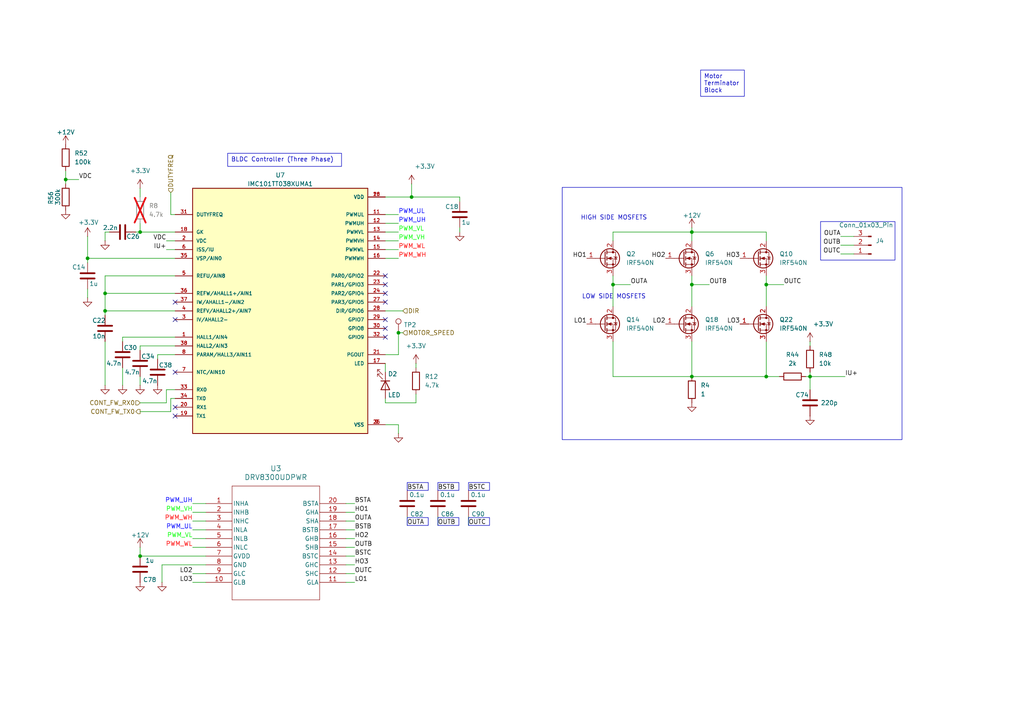
<source format=kicad_sch>
(kicad_sch (version 20231120) (generator "eeschema") (generator_version "8.0")
  (paper "A4")
  (title_block (title "Quincy FMU") (date "2024-09-28") (rev "0") (company "Daniel Enrique Pérez Díaz") (comment 1 "Flight Management Unit for the Quincy Quadcopter project."))
  (lib_symbols
    (symbol "Connector:Conn_01x03_Pin" (pin_names (offset 1.016) hide)
      (property "Reference" "J" (at 0 5.08 0))
      (property "Value" "Conn_01x03_Pin" (at 0 -5.08 0))
      (symbol "Conn_01x03_Pin_1_1"
        (polyline (pts (xy 1.27 -2.54) (xy 0.8636 -2.54)) (stroke (width 0.1524)))
        (polyline (pts (xy 1.27 0) (xy 0.8636 0)) (stroke (width 0.1524)))
        (polyline (pts (xy 1.27 2.54) (xy 0.8636 2.54)) (stroke (width 0.1524)))
        (rectangle (start 0.8636 -2.413) (end 0 -2.667) (stroke (width 0.1524)) (fill (type outline)))
        (rectangle (start 0.8636 0.127) (end 0 -0.127) (stroke (width 0.1524)) (fill (type outline)))
        (rectangle (start 0.8636 2.667) (end 0 2.413) (stroke (width 0.1524)) (fill (type outline)))
        (pin passive line (at 5.08 2.54 180) (length 3.81) (name "Pin_1") (number "1"))
        (pin passive line (at 5.08 0 180) (length 3.81) (name "Pin_2") (number "2"))
        (pin passive line (at 5.08 -2.54 180) (length 3.81) (name "Pin_3") (number "3"))
      )
    )
    (symbol "Connector:TestPoint" (pin_numbers hide) (pin_names (offset 0.762) hide)
      (property "Reference" "TP" (at 0 6.858 0))
      (property "Value" "TestPoint" (at 0 5.08 0))
      (symbol "TestPoint_0_1"
        (circle (center 0 3.302) (radius 0.762))
      )
      (symbol "TestPoint_1_1"
        (pin passive line (at 0 0 90) (length 2.54) (name "1") (number "1"))
      )
    )
    (symbol "DRV8300UDPWR:DRV8300UDPWR" (pin_names (offset 0.254))
      (property "Reference" "U" (at 20.32 10.16 0))
      (property "Value" "DRV8300UDPWR" (at 20.32 7.62 0))
      (symbol "DRV8300UDPWR_1_1"
        (polyline (pts (xy 7.62 -27.94) (xy 33.02 -27.94)) (stroke (width 0.127)))
        (polyline (pts (xy 7.62 5.08) (xy 7.62 -27.94)) (stroke (width 0.127)))
        (polyline (pts (xy 33.02 -27.94) (xy 33.02 5.08)) (stroke (width 0.127)))
        (polyline (pts (xy 33.02 5.08) (xy 7.62 5.08)) (stroke (width 0.127)))
        (pin input line (at 0 0 0) (length 7.62) (name "INHA") (number "1"))
        (pin output line (at 0 -22.86 0) (length 7.62) (name "GLB") (number "10"))
        (pin output line (at 40.64 -22.86 180) (length 7.62) (name "GLA") (number "11"))
        (pin input line (at 40.64 -20.32 180) (length 7.62) (name "SHC") (number "12"))
        (pin output line (at 40.64 -17.78 180) (length 7.62) (name "GHC") (number "13"))
        (pin unspecified line (at 40.64 -15.24 180) (length 7.62) (name "BSTC") (number "14"))
        (pin input line (at 40.64 -12.7 180) (length 7.62) (name "SHB") (number "15"))
        (pin output line (at 40.64 -10.16 180) (length 7.62) (name "GHB") (number "16"))
        (pin output line (at 40.64 -7.62 180) (length 7.62) (name "BSTB") (number "17"))
        (pin input line (at 40.64 -5.08 180) (length 7.62) (name "SHA") (number "18"))
        (pin output line (at 40.64 -2.54 180) (length 7.62) (name "GHA") (number "19"))
        (pin input line (at 0 -2.54 0) (length 7.62) (name "INHB") (number "2"))
        (pin output line (at 40.64 0 180) (length 7.62) (name "BSTA") (number "20"))
        (pin input line (at 0 -5.08 0) (length 7.62) (name "INHC") (number "3"))
        (pin input line (at 0 -7.62 0) (length 7.62) (name "INLA") (number "4"))
        (pin input line (at 0 -10.16 0) (length 7.62) (name "INLB") (number "5"))
        (pin input line (at 0 -12.7 0) (length 7.62) (name "INLC") (number "6"))
        (pin power_in line (at 0 -15.24 0) (length 7.62) (name "GVDD") (number "7"))
        (pin power_out line (at 0 -17.78 0) (length 7.62) (name "GND") (number "8"))
        (pin output line (at 0 -20.32 0) (length 7.62) (name "GLC") (number "9"))
      )
    )
    (symbol "Device:C" (pin_numbers hide) (pin_names (offset 0.254))
      (property "Reference" "C" (at 0.635 2.54 0))
      (property "Value" "C" (at 0.635 -2.54 0))
      (symbol "C_0_1"
        (polyline (pts (xy -2.032 -0.762) (xy 2.032 -0.762)) (stroke (width 0.508)))
        (polyline (pts (xy -2.032 0.762) (xy 2.032 0.762)) (stroke (width 0.508)))
      )
      (symbol "C_1_1"
        (pin passive line (at 0 3.81 270) (length 2.794) (name "~") (number "1"))
        (pin passive line (at 0 -3.81 90) (length 2.794) (name "~") (number "2"))
      )
    )
    (symbol "Device:LED" (pin_numbers hide) (pin_names (offset 1.016) hide)
      (property "Reference" "D" (at 0 2.54 0))
      (property "Value" "LED" (at 0 -2.54 0))
      (symbol "LED_0_1"
        (polyline (pts (xy -1.27 -1.27) (xy -1.27 1.27)) (stroke (width 0.254)))
        (polyline (pts (xy -1.27 0) (xy 1.27 0)))
        (polyline (pts (xy 1.27 -1.27) (xy 1.27 1.27) (xy -1.27 0) (xy 1.27 -1.27)) (stroke (width 0.254)))
        (polyline (pts (xy -3.048 -0.762) (xy -4.572 -2.286) (xy -3.81 -2.286) (xy -4.572 -2.286) (xy -4.572 -1.524)))
        (polyline (pts (xy -1.778 -0.762) (xy -3.302 -2.286) (xy -2.54 -2.286) (xy -3.302 -2.286) (xy -3.302 -1.524)))
      )
      (symbol "LED_1_1"
        (pin passive line (at -3.81 0 0) (length 2.54) (name "K") (number "1"))
        (pin passive line (at 3.81 0 180) (length 2.54) (name "A") (number "2"))
      )
    )
    (symbol "Device:R" (pin_numbers hide) (pin_names (offset 0))
      (property "Reference" "R" (at 2.032 0 90))
      (property "Value" "R" (at 0 0 90))
      (symbol "R_0_1"
        (rectangle (start -1.016 -2.54) (end 1.016 2.54) (stroke (width 0.254)))
      )
      (symbol "R_1_1"
        (pin passive line (at 0 3.81 270) (length 1.27) (name "~") (number "1"))
        (pin passive line (at 0 -3.81 90) (length 1.27) (name "~") (number "2"))
      )
    )
    (symbol "IMC101TT038XUMA1:IMC101TT038XUMA1" (pin_names (offset 1.016))
      (property "Reference" "U" (at -25.4 36.83 0))
      (property "Value" "IMC101TT038XUMA1" (at -25.4 -38.1 0))
      (symbol "IMC101TT038XUMA1_0_0"
        (rectangle (start -25.4 -35.56) (end 25.4 35.56) (stroke (width 0.254)) (fill (type background)))
        (pin input line (at -30.48 -7.62 0) (length 5.08) (name "HALL1/AIN4") (number "1"))
        (pin power_in line (at 30.48 33.02 180) (length 5.08) (name "VDD") (number "10"))
        (pin output line (at 30.48 27.94 180) (length 5.08) (name "PWMUL") (number "11"))
        (pin output line (at 30.48 25.4 180) (length 5.08) (name "PWMUH") (number "12"))
        (pin output line (at 30.48 22.86 180) (length 5.08) (name "PWMVL") (number "13"))
        (pin output line (at 30.48 20.32 180) (length 5.08) (name "PWMVH") (number "14"))
        (pin output line (at 30.48 17.78 180) (length 5.08) (name "PWMWL") (number "15"))
        (pin output line (at 30.48 15.24 180) (length 5.08) (name "PWMWH") (number "16"))
        (pin output line (at 30.48 -15.24 180) (length 5.08) (name "LED") (number "17"))
        (pin input line (at -30.48 22.86 0) (length 5.08) (name "GK") (number "18"))
        (pin output line (at -30.48 -30.48 0) (length 5.08) (name "TX1") (number "19"))
        (pin input line (at -30.48 20.32 0) (length 5.08) (name "VDC") (number "2"))
        (pin input line (at -30.48 -27.94 0) (length 5.08) (name "RX1") (number "20"))
        (pin output line (at 30.48 -12.7 180) (length 5.08) (name "PGOUT") (number "21"))
        (pin bidirectional line (at 30.48 10.16 180) (length 5.08) (name "PAR0/GPIO2") (number "22"))
        (pin bidirectional line (at 30.48 7.62 180) (length 5.08) (name "PAR1/GPIO3") (number "23"))
        (pin bidirectional line (at 30.48 5.08 180) (length 5.08) (name "PAR2/GPIO4") (number "24"))
        (pin power_in line (at 30.48 -33.02 180) (length 5.08) (name "VSS") (number "25"))
        (pin power_in line (at 30.48 33.02 180) (length 5.08) (name "VDD") (number "26"))
        (pin bidirectional line (at 30.48 2.54 180) (length 5.08) (name "PAR3/GPIO5") (number "27"))
        (pin bidirectional line (at 30.48 0 180) (length 5.08) (name "DIR/GPIO6") (number "28"))
        (pin bidirectional line (at 30.48 -2.54 180) (length 5.08) (name "GPIO7") (number "29"))
        (pin input line (at -30.48 -2.54 0) (length 5.08) (name "IV/AHALL2-") (number "3"))
        (pin bidirectional line (at 30.48 -5.08 180) (length 5.08) (name "GPIO8") (number "30"))
        (pin input line (at -30.48 27.94 0) (length 5.08) (name "DUTYFREQ") (number "31"))
        (pin bidirectional line (at 30.48 -7.62 180) (length 5.08) (name "GPIO9") (number "32"))
        (pin input line (at -30.48 -22.86 0) (length 5.08) (name "RX0") (number "33"))
        (pin output line (at -30.48 -25.4 0) (length 5.08) (name "TX0") (number "34"))
        (pin input line (at -30.48 15.24 0) (length 5.08) (name "VSP/AIN0") (number "35"))
        (pin input line (at -30.48 5.08 0) (length 5.08) (name "REFW/AHALL1+/AIN1") (number "36"))
        (pin input line (at -30.48 2.54 0) (length 5.08) (name "IW/AHALL1-/AIN2") (number "37"))
        (pin input line (at -30.48 -10.16 0) (length 5.08) (name "HALL2/AIN3") (number "38"))
        (pin input line (at -30.48 0 0) (length 5.08) (name "REFV/AHALL2+/AIN7") (number "4"))
        (pin input line (at -30.48 10.16 0) (length 5.08) (name "REFU/AIN8") (number "5"))
        (pin input line (at -30.48 17.78 0) (length 5.08) (name "ISS/IU") (number "6"))
        (pin input line (at -30.48 -17.78 0) (length 5.08) (name "NTC/AIN10") (number "7"))
        (pin input line (at -30.48 -12.7 0) (length 5.08) (name "PARAM/HALL3/AIN11") (number "8"))
        (pin power_in line (at 30.48 -33.02 180) (length 5.08) (name "VSS") (number "9"))
      )
    )
    (symbol "Transistor_FET:IRF540N" (pin_names hide)
      (property "Reference" "Q" (at 5.08 1.905 0))
      (property "Value" "IRF540N" (at 5.08 0 0))
      (symbol "IRF540N_0_1"
        (polyline (pts (xy 0.254 0) (xy -2.54 0)))
        (polyline (pts (xy 0.254 1.905) (xy 0.254 -1.905)) (stroke (width 0.254)))
        (polyline (pts (xy 0.762 -1.27) (xy 0.762 -2.286)) (stroke (width 0.254)))
        (polyline (pts (xy 0.762 0.508) (xy 0.762 -0.508)) (stroke (width 0.254)))
        (polyline (pts (xy 0.762 2.286) (xy 0.762 1.27)) (stroke (width 0.254)))
        (polyline (pts (xy 2.54 2.54) (xy 2.54 1.778)))
        (polyline (pts (xy 2.54 -2.54) (xy 2.54 0) (xy 0.762 0)))
        (polyline (pts (xy 0.762 -1.778) (xy 3.302 -1.778) (xy 3.302 1.778) (xy 0.762 1.778)))
        (polyline (pts (xy 1.016 0) (xy 2.032 0.381) (xy 2.032 -0.381) (xy 1.016 0)) (fill (type outline)))
        (polyline (pts (xy 2.794 0.508) (xy 2.921 0.381) (xy 3.683 0.381) (xy 3.81 0.254)))
        (polyline (pts (xy 3.302 0.381) (xy 2.921 -0.254) (xy 3.683 -0.254) (xy 3.302 0.381)))
        (circle (center 1.651 0) (radius 2.794) (stroke (width 0.254)))
        (circle (center 2.54 -1.778) (radius 0.254) (fill (type outline)))
        (circle (center 2.54 1.778) (radius 0.254) (fill (type outline)))
      )
      (symbol "IRF540N_1_1"
        (pin input line (at -5.08 0 0) (length 2.54) (name "G") (number "1"))
        (pin passive line (at 2.54 5.08 270) (length 2.54) (name "D") (number "2"))
        (pin passive line (at 2.54 -5.08 90) (length 2.54) (name "S") (number "3"))
      )
    )
    (symbol "power:+12V" (power) (pin_numbers hide) (pin_names (offset 0) hide)
      (property "Value" "+12V" (at 0 3.556 0))
      (symbol "+12V_0_1"
        (polyline (pts (xy -0.762 1.27) (xy 0 2.54)))
        (polyline (pts (xy 0 0) (xy 0 2.54)))
        (polyline (pts (xy 0 2.54) (xy 0.762 1.27)))
      )
      (symbol "+12V_1_1"
        (pin power_in line (at 0 0 90) (length 0) (name "~") (number "1"))
      )
    )
    (symbol "power:+3.3V" (power) (pin_numbers hide) (pin_names (offset 0) hide)
      (property "Value" "+3.3V" (at 0 3.556 0))
      (symbol "+3.3V_0_1"
        (polyline (pts (xy -0.762 1.27) (xy 0 2.54)))
        (polyline (pts (xy 0 0) (xy 0 2.54)))
        (polyline (pts (xy 0 2.54) (xy 0.762 1.27)))
      )
      (symbol "+3.3V_1_1"
        (pin power_in line (at 0 0 90) (length 0) (name "~") (number "1"))
      )
    )
    (symbol "power:GND" (power) (pin_numbers hide) (pin_names (offset 0) hide)
      (property "Value" "GND" (at 0 -3.81 0))
      (symbol "GND_0_1"
        (polyline (pts (xy 0 0) (xy 0 -1.27) (xy 1.27 -1.27) (xy 0 -2.54) (xy -1.27 -1.27) (xy 0 -1.27)))
      )
      (symbol "GND_1_1"
        (pin power_in line (at 0 0 270) (length 0) (name "~") (number "1"))
      )
    )
  )
  (junction (at 115.57 96.52))
  (junction (at 200.66 109.22))
  (junction (at 222.25 82.55))
  (junction (at 19.05 52.07))
  (junction (at 40.64 67.31))
  (junction (at 119.38 57.15))
  (junction (at 177.8 82.55))
  (junction (at 200.66 82.55))
  (junction (at 40.64 161.29))
  (junction (at 25.4 74.93))
  (junction (at 30.48 90.17))
  (junction (at 234.95 109.22))
  (junction (at 222.25 109.22))
  (junction (at 200.66 67.31))
  (junction (at 30.48 85.09))
  (no_connect (at 111.76 85.09))
  (no_connect (at 111.76 97.79))
  (no_connect (at 111.76 95.25))
  (no_connect (at 50.8 87.63))
  (no_connect (at 111.76 92.71))
  (no_connect (at 111.76 82.55))
  (no_connect (at 111.76 80.01))
  (no_connect (at 111.76 87.63))
  (no_connect (at 50.8 120.65))
  (no_connect (at 50.8 107.95))
  (no_connect (at 50.8 118.11))
  (no_connect (at 50.8 92.71))
  (wire (pts (xy 40.64 161.29) (xy 59.69 161.29)))
  (wire (pts (xy 35.56 99.06) (xy 35.56 97.79)))
  (wire (pts (xy 45.72 102.87) (xy 45.72 104.14)))
  (wire (pts (xy 19.05 49.53) (xy 19.05 52.07)))
  (wire (pts (xy 55.88 156.21) (xy 59.69 156.21)))
  (wire (pts (xy 111.76 57.15) (xy 119.38 57.15)))
  (wire (pts (xy 115.57 96.52) (xy 115.57 102.87)))
  (wire (pts (xy 25.4 83.82) (xy 25.4 86.36)))
  (wire (pts (xy 45.72 102.87) (xy 50.8 102.87)))
  (wire (pts (xy 200.66 99.06) (xy 200.66 109.22)))
  (wire (pts (xy 19.05 52.07) (xy 22.86 52.07)))
  (wire (pts (xy 30.48 99.06) (xy 30.48 111.76)))
  (wire (pts (xy 119.38 53.34) (xy 119.38 57.15)))
  (wire (pts (xy 30.48 69.85) (xy 30.48 67.31)))
  (wire (pts (xy 100.33 153.67) (xy 102.87 153.67)))
  (wire (pts (xy 222.25 69.85) (xy 222.25 67.31)))
  (wire (pts (xy 111.76 115.57) (xy 111.76 116.84)))
  (wire (pts (xy 222.25 82.55) (xy 222.25 88.9)))
  (wire (pts (xy 111.76 62.23) (xy 115.57 62.23)))
  (wire (pts (xy 55.88 153.67) (xy 59.69 153.67)))
  (wire (pts (xy 49.53 115.57) (xy 49.53 119.38)))
  (wire (pts (xy 233.68 109.22) (xy 234.95 109.22)))
  (wire (pts (xy 59.69 163.83) (xy 46.99 163.83)))
  (wire (pts (xy 177.8 80.01) (xy 177.8 82.55)))
  (wire (pts (xy 25.4 74.93) (xy 25.4 76.2)))
  (wire (pts (xy 35.56 97.79) (xy 50.8 97.79)))
  (wire (pts (xy 55.88 158.75) (xy 59.69 158.75)))
  (wire (pts (xy 177.8 82.55) (xy 177.8 88.9)))
  (wire (pts (xy 118.11 149.86) (xy 118.11 152.4)))
  (wire (pts (xy 100.33 146.05) (xy 102.87 146.05)))
  (wire (pts (xy 100.33 156.21) (xy 102.87 156.21)))
  (wire (pts (xy 40.64 100.33) (xy 40.64 101.6)))
  (wire (pts (xy 30.48 90.17) (xy 30.48 91.44)))
  (wire (pts (xy 30.48 85.09) (xy 50.8 85.09)))
  (wire (pts (xy 111.76 74.93) (xy 115.57 74.93)))
  (wire (pts (xy 177.8 67.31) (xy 177.8 69.85)))
  (wire (pts (xy 177.8 109.22) (xy 200.66 109.22)))
  (wire (pts (xy 100.33 163.83) (xy 102.87 163.83)))
  (wire (pts (xy 25.4 68.58) (xy 25.4 74.93)))
  (wire (pts (xy 234.95 109.22) (xy 234.95 113.03)))
  (wire (pts (xy 46.99 163.83) (xy 46.99 168.91)))
  (wire (pts (xy 200.66 80.01) (xy 200.66 82.55)))
  (wire (pts (xy 30.48 85.09) (xy 30.48 90.17)))
  (wire (pts (xy 50.8 115.57) (xy 49.53 115.57)))
  (wire (pts (xy 48.26 113.03) (xy 48.26 116.84)))
  (wire (pts (xy 115.57 125.73) (xy 115.57 123.19)))
  (wire (pts (xy 243.84 73.66) (xy 247.65 73.66)))
  (wire (pts (xy 40.64 67.31) (xy 40.64 64.77)))
  (wire (pts (xy 55.88 166.37) (xy 59.69 166.37)))
  (wire (pts (xy 55.88 151.13) (xy 59.69 151.13)))
  (wire (pts (xy 115.57 123.19) (xy 111.76 123.19)))
  (wire (pts (xy 234.95 107.95) (xy 234.95 109.22)))
  (wire (pts (xy 111.76 105.41) (xy 111.76 107.95)))
  (wire (pts (xy 120.65 116.84) (xy 120.65 114.3)))
  (wire (pts (xy 40.64 54.61) (xy 40.64 57.15)))
  (wire (pts (xy 50.8 62.23) (xy 49.53 62.23)))
  (wire (pts (xy 111.76 67.31) (xy 115.57 67.31)))
  (wire (pts (xy 200.66 82.55) (xy 200.66 88.9)))
  (wire (pts (xy 243.84 71.12) (xy 247.65 71.12)))
  (wire (pts (xy 100.33 161.29) (xy 102.87 161.29)))
  (wire (pts (xy 55.88 146.05) (xy 59.69 146.05)))
  (wire (pts (xy 100.33 168.91) (xy 102.87 168.91)))
  (wire (pts (xy 222.25 67.31) (xy 200.66 67.31)))
  (wire (pts (xy 30.48 67.31) (xy 31.75 67.31)))
  (wire (pts (xy 100.33 148.59) (xy 102.87 148.59)))
  (wire (pts (xy 133.35 57.15) (xy 133.35 58.42)))
  (wire (pts (xy 19.05 52.07) (xy 19.05 53.34)))
  (wire (pts (xy 111.76 69.85) (xy 115.57 69.85)))
  (wire (pts (xy 40.64 158.75) (xy 40.64 161.29)))
  (wire (pts (xy 200.66 67.31) (xy 200.66 69.85)))
  (wire (pts (xy 222.25 99.06) (xy 222.25 109.22)))
  (wire (pts (xy 200.66 82.55) (xy 205.74 82.55)))
  (wire (pts (xy 115.57 102.87) (xy 111.76 102.87)))
  (wire (pts (xy 35.56 106.68) (xy 35.56 111.76)))
  (wire (pts (xy 222.25 80.01) (xy 222.25 82.55)))
  (wire (pts (xy 40.64 100.33) (xy 50.8 100.33)))
  (wire (pts (xy 222.25 82.55) (xy 227.33 82.55)))
  (wire (pts (xy 30.48 80.01) (xy 50.8 80.01)))
  (wire (pts (xy 222.25 109.22) (xy 200.66 109.22)))
  (wire (pts (xy 119.38 57.15) (xy 133.35 57.15)))
  (wire (pts (xy 100.33 166.37) (xy 102.87 166.37)))
  (wire (pts (xy 111.76 116.84) (xy 120.65 116.84)))
  (wire (pts (xy 133.35 66.04) (xy 133.35 67.31)))
  (wire (pts (xy 25.4 74.93) (xy 50.8 74.93)))
  (wire (pts (xy 30.48 90.17) (xy 50.8 90.17)))
  (wire (pts (xy 111.76 90.17) (xy 116.84 90.17)))
  (wire (pts (xy 40.64 119.38) (xy 49.53 119.38)))
  (wire (pts (xy 100.33 158.75) (xy 102.87 158.75)))
  (wire (pts (xy 234.95 99.06) (xy 234.95 100.33)))
  (wire (pts (xy 111.76 64.77) (xy 115.57 64.77)))
  (wire (pts (xy 111.76 72.39) (xy 115.57 72.39)))
  (wire (pts (xy 50.8 113.03) (xy 48.26 113.03)))
  (wire (pts (xy 55.88 168.91) (xy 59.69 168.91)))
  (wire (pts (xy 120.65 105.41) (xy 120.65 106.68)))
  (wire (pts (xy 200.66 66.04) (xy 200.66 67.31)))
  (wire (pts (xy 243.84 68.58) (xy 247.65 68.58)))
  (wire (pts (xy 100.33 151.13) (xy 102.87 151.13)))
  (wire (pts (xy 135.89 149.86) (xy 135.89 152.4)))
  (wire (pts (xy 55.88 148.59) (xy 59.69 148.59)))
  (wire (pts (xy 48.26 69.85) (xy 50.8 69.85)))
  (wire (pts (xy 39.37 67.31) (xy 40.64 67.31)))
  (wire (pts (xy 40.64 116.84) (xy 48.26 116.84)))
  (wire (pts (xy 222.25 109.22) (xy 226.06 109.22)))
  (wire (pts (xy 177.8 99.06) (xy 177.8 109.22)))
  (wire (pts (xy 200.66 67.31) (xy 177.8 67.31)))
  (wire (pts (xy 48.26 72.39) (xy 50.8 72.39)))
  (wire (pts (xy 177.8 82.55) (xy 182.88 82.55)))
  (wire (pts (xy 127 149.86) (xy 127 152.4)))
  (wire (pts (xy 49.53 55.88) (xy 49.53 62.23)))
  (wire (pts (xy 234.95 109.22) (xy 245.11 109.22)))
  (wire (pts (xy 115.57 96.52) (xy 116.84 96.52)))
  (wire (pts (xy 50.8 67.31) (xy 40.64 67.31)))
  (wire (pts (xy 30.48 80.01) (xy 30.48 85.09)))
  (wire (pts (xy 40.64 109.22) (xy 40.64 111.76)))
  (rectangle (start 118.11 150.114) (end 124.206 152.4))
  (rectangle (start 127 150.114) (end 133.096 152.4))
  (rectangle (start 118.11 139.954) (end 124.206 142.24))
  (rectangle (start 135.89 150.114) (end 141.986 152.4))
  (rectangle (start 135.89 139.954) (end 141.986 142.24))
  (rectangle (start 127 139.954) (end 133.096 142.24))
  (rectangle (start 237.998 64.262) (end 259.588 75.438))
  (rectangle (start 163.068 54.356) (end 261.62 127.508))
  (text_box "Motor Terminator Block" (at 203.2 20.32 0) (size 12.7 7.62) (effects (font (size 1.27 1.27)) (justify left top)))
  (text_box "BLDC Controller (Three Phase)" (at 66.04 44.45 0) (size 33.02 3.81) (effects (font (size 1.27 1.27)) (justify left top)))
  (text "HIGH SIDE MOSFETS" (at 178.054 63.246 0) (effects (font (size 1.27 1.27))))
  (text "LOW SIDE MOSFETS" (at 178.054 86.106 0) (effects (font (size 1.27 1.27))))
  (label "IU+" (at 48.26 72.39 180))
  (label "LO2" (at 193.04 93.98 180))
  (label "PWM_UH" (at 55.88 146.05 180))
  (label "OUTC" (at 243.84 73.66 180))
  (label "BSTC" (at 135.89 142.24 0))
  (label "PWM_WH" (at 55.88 151.13 180))
  (label "OUTA" (at 102.87 151.13 0))
  (label "PWM_VL" (at 115.57 67.31 0))
  (label "PWM_WL" (at 115.57 72.39 0))
  (label "OUTA" (at 243.84 68.58 180))
  (label "OUTA" (at 182.88 82.55 0))
  (label "PWM_VH" (at 55.88 148.59 180))
  (label "PWM_UH" (at 115.57 64.77 0))
  (label "OUTB" (at 205.74 82.55 0))
  (label "VDC" (at 22.86 52.07 0))
  (label "LO1" (at 170.18 93.98 180))
  (label "OUTB" (at 102.87 158.75 0))
  (label "BSTB" (at 127 142.24 0))
  (label "LO2" (at 55.88 166.37 180))
  (label "OUTB" (at 127 152.4 0))
  (label "BSTA" (at 102.87 146.05 0))
  (label "PWM_VL" (at 55.88 156.21 180))
  (label "OUTC" (at 227.33 82.55 0))
  (label "VDC" (at 48.26 69.85 180))
  (label "PWM_UL" (at 115.57 62.23 0))
  (label "IU+" (at 245.11 109.22 0))
  (label "PWM_VH" (at 115.57 69.85 0))
  (label "OUTC" (at 135.89 152.4 0))
  (label "HO1" (at 102.87 148.59 0))
  (label "LO1" (at 102.87 168.91 0))
  (label "OUTB" (at 243.84 71.12 180))
  (label "OUTA" (at 118.11 152.4 0))
  (label "PWM_WH" (at 115.57 74.93 0))
  (label "HO3" (at 102.87 163.83 0))
  (label "HO1" (at 170.18 74.93 180))
  (label "PWM_UL" (at 55.88 153.67 180))
  (label "BSTA" (at 118.11 142.24 0))
  (label "BSTB" (at 102.87 153.67 0))
  (label "LO3" (at 214.63 93.98 180))
  (label "OUTC" (at 102.87 166.37 0))
  (label "HO2" (at 102.87 156.21 0))
  (label "BSTC" (at 102.87 161.29 0))
  (label "PWM_WL" (at 55.88 158.75 180))
  (label "HO2" (at 193.04 74.93 180))
  (label "HO3" (at 214.63 74.93 180))
  (label "LO3" (at 55.88 168.91 180))
  (hierarchical_label "CONT_FW_TX0" (shape output) (at 40.64 119.38 180))
  (hierarchical_label "DUTYFREQ" (shape input) (at 49.53 55.88 90))
  (hierarchical_label "MOTOR_SPEED" (shape input) (at 116.84 96.52 0))
  (hierarchical_label "CONT_FW_RX0" (shape input) (at 40.64 116.84 180))
  (hierarchical_label "DIR" (shape input) (at 116.84 90.17 0))
  (symbol (lib_id "Device:C") (at 35.56 102.87 0) (unit 1)
    (property "Reference" "C30" (at 37.846 100.838 0))
    (property "Value" "4.7n" (at 33.02 105.41 0))
    (property "Footprint" "Capacitor_SMD:C_0805_2012Metric_Pad1.18x1.45mm_HandSolder" (effects (hide yes)))
    (property "Description" "Unpolarized capacitor" (effects (hide yes)))
    (instances (project "qfmu" (path "" (reference "C30") (unit 1)) (path "" (reference "C32") (unit 1)) (path "" (reference "C29") (unit 1)) (path "" (reference "C31") (unit 1))))
  )
  (symbol (lib_id "power:GND") (at 30.48 111.76 0) (unit 1)
    (property "Reference" "#PWR064" (effects (hide yes)))
    (property "Value" "GND" (effects (hide yes)))
    (property "Description" "Power symbol creates a global label with name \"GND\" , ground" (effects (hide yes)))
    (instances (project "qfmu" (path "" (reference "#PWR064") (unit 1)) (path "" (reference "#PWR066") (unit 1)) (path "" (reference "#PWR063") (unit 1)) (path "" (reference "#PWR065") (unit 1))))
  )
  (symbol (lib_id "Connector:Conn_01x03_Pin") (at 252.73 71.12 180) (unit 1)
    (property "Reference" "J4" (at 254 69.8499 0) (effects (justify right)))
    (property "Value" "Conn_01x03_Pin" (at 243.332 65.278 0) (effects (justify right)))
    (property "Footprint" "Connector_Phoenix_SPT:PhoenixContact_SPT_1.5_3-H-3.5_1x03_P3.5mm_Horizontal" (effects (hide yes)))
    (property "Description" "Generic connector, single row, 01x03, script generated" (effects (hide yes)))
    (instances (project "" (path "" (reference "J4") (unit 1)) (path "" (reference "J6") (unit 1)) (path "" (reference "J3") (unit 1)) (path "" (reference "J5") (unit 1))))
  )
  (symbol (lib_id "Connector:TestPoint") (at 115.57 96.52 0) (unit 1)
    (property "Reference" "TP2" (at 117.094 94.234 0) (effects (justify left)))
    (property "Value" "TestPoint" (effects (hide yes)))
    (property "Footprint" "Connector_Pin:Pin_D0.7mm_L6.5mm_W1.8mm_FlatFork" (effects (hide yes)))
    (property "Description" "test point" (effects (hide yes)))
    (instances (project "" (path "" (reference "TP2") (unit 1)) (path "" (reference "TP4") (unit 1)) (path "" (reference "TP1") (unit 1)) (path "" (reference "TP3") (unit 1))))
  )
  (symbol (lib_id "power:+3.3V") (at 120.65 105.41 0) (unit 1)
    (property "Reference" "#PWR084" (effects (hide yes)))
    (property "Value" "+3.3V" (at 120.65 100.33 0))
    (property "Description" "Power symbol creates a global label with name \"+3.3V\"" (effects (hide yes)))
    (instances (project "qfmu" (path "" (reference "#PWR084") (unit 1)) (path "" (reference "#PWR086") (unit 1)) (path "" (reference "#PWR083") (unit 1)) (path "" (reference "#PWR085") (unit 1))))
  )
  (symbol (lib_id "Transistor_FET:IRF540N") (at 219.71 93.98 0) (unit 1)
    (property "Reference" "Q22" (at 226.06 92.7099 0) (effects (justify left)))
    (property "Value" "IRF540N" (at 226.06 95.2499 0) (effects (justify left)))
    (property "Footprint" "Package_TO_SOT_THT:TO-220-3_Horizontal_TabDown" (effects (hide yes)))
    (property "Datasheet" "http://www.irf.com/product-info/datasheets/data/irf540n.pdf" (effects (hide yes)))
    (property "Description" "33A Id, 100V Vds, HEXFET N-Channel MOSFET, TO-220" (effects (hide yes)))
    (instances (project "qfmu" (path "" (reference "Q22") (unit 1)) (path "" (reference "Q24") (unit 1)) (path "" (reference "Q21") (unit 1)) (path "" (reference "Q23") (unit 1))))
  )
  (symbol (lib_id "Device:R") (at 200.66 113.03 0) (unit 1)
    (property "Reference" "R4" (at 203.2 111.7599 0) (effects (justify left)))
    (property "Value" "1" (at 203.2 114.2999 0) (effects (justify left)))
    (property "Footprint" "Resistor_SMD:R_0805_2012Metric_Pad1.20x1.40mm_HandSolder" (effects (hide yes)))
    (property "Description" "Resistor" (effects (hide yes)))
    (instances (project "qfmu" (path "" (reference "R4") (unit 1)) (path "" (reference "R42") (unit 1)) (path "" (reference "R2") (unit 1)) (path "" (reference "R41") (unit 1))))
  )
  (symbol (lib_id "power:+12V") (at 200.66 66.04 0) (unit 1)
    (property "Reference" "#PWR0155" (effects (hide yes)))
    (property "Value" "+12V" (at 200.66 62.484 0))
    (property "Description" "Power symbol creates a global label with name \"+12V\"" (effects (hide yes)))
    (instances (project "qfmu" (path "" (reference "#PWR0155") (unit 1)) (path "" (reference "#PWR0157") (unit 1)) (path "" (reference "#PWR0154") (unit 1)) (path "" (reference "#PWR0156") (unit 1))))
  )
  (symbol (lib_id "power:GND") (at 133.35 67.31 0) (unit 1)
    (property "Reference" "#PWR060" (effects (hide yes)))
    (property "Value" "GND" (effects (hide yes)))
    (property "Description" "Power symbol creates a global label with name \"GND\" , ground" (effects (hide yes)))
    (instances (project "qfmu" (path "" (reference "#PWR060") (unit 1)) (path "" (reference "#PWR062") (unit 1)) (path "" (reference "#PWR059") (unit 1)) (path "" (reference "#PWR061") (unit 1))))
  )
  (symbol (lib_id "power:GND") (at 25.4 86.36 0) (unit 1)
    (property "Reference" "#PWR052" (effects (hide yes)))
    (property "Value" "GND" (effects (hide yes)))
    (property "Description" "Power symbol creates a global label with name \"GND\" , ground" (effects (hide yes)))
    (instances (project "" (path "" (reference "#PWR052") (unit 1)) (path "" (reference "#PWR054") (unit 1)) (path "" (reference "#PWR051") (unit 1)) (path "" (reference "#PWR053") (unit 1))))
  )
  (symbol (lib_id "Transistor_FET:IRF540N") (at 219.71 74.93 0) (unit 1)
    (property "Reference" "Q10" (at 226.06 73.6599 0) (effects (justify left)))
    (property "Value" "IRF540N" (at 226.06 76.1999 0) (effects (justify left)))
    (property "Footprint" "Package_TO_SOT_THT:TO-220-3_Horizontal_TabDown" (effects (hide yes)))
    (property "Datasheet" "http://www.irf.com/product-info/datasheets/data/irf540n.pdf" (effects (hide yes)))
    (property "Description" "33A Id, 100V Vds, HEXFET N-Channel MOSFET, TO-220" (effects (hide yes)))
    (instances (project "qfmu" (path "" (reference "Q10") (unit 1)) (path "" (reference "Q12") (unit 1)) (path "" (reference "Q9") (unit 1)) (path "" (reference "Q11") (unit 1))))
  )
  (symbol (lib_id "power:GND") (at 35.56 111.76 0) (unit 1)
    (property "Reference" "#PWR088" (effects (hide yes)))
    (property "Value" "GND" (effects (hide yes)))
    (property "Description" "Power symbol creates a global label with name \"GND\" , ground" (effects (hide yes)))
    (instances (project "qfmu" (path "" (reference "#PWR088") (unit 1)) (path "" (reference "#PWR090") (unit 1)) (path "" (reference "#PWR087") (unit 1)) (path "" (reference "#PWR089") (unit 1))))
  )
  (symbol (lib_id "Device:C") (at 234.95 116.84 0) (unit 1)
    (property "Reference" "C74" (at 232.664 114.554 0))
    (property "Value" "220p" (at 240.538 116.84 0))
    (property "Footprint" "Capacitor_SMD:C_0805_2012Metric_Pad1.18x1.45mm_HandSolder" (effects (hide yes)))
    (property "Description" "Unpolarized capacitor" (effects (hide yes)))
    (instances (project "qfmu" (path "" (reference "C74") (unit 1)) (path "" (reference "C76") (unit 1)) (path "" (reference "C73") (unit 1)) (path "" (reference "C75") (unit 1))))
  )
  (symbol (lib_id "power:GND") (at 234.95 120.65 0) (unit 1)
    (property "Reference" "#PWR0151" (effects (hide yes)))
    (property "Value" "GND" (effects (hide yes)))
    (property "Description" "Power symbol creates a global label with name \"GND\" , ground" (effects (hide yes)))
    (instances (project "qfmu" (path "" (reference "#PWR0151") (unit 1)) (path "" (reference "#PWR0153") (unit 1)) (path "" (reference "#PWR0148") (unit 1)) (path "" (reference "#PWR0152") (unit 1))))
  )
  (symbol (lib_id "power:+3.3V") (at 25.4 68.58 0) (unit 1)
    (property "Reference" "#PWR048" (effects (hide yes)))
    (property "Value" "+3.3V" (at 25.654 64.516 0))
    (property "Description" "Power symbol creates a global label with name \"+3.3V\"" (effects (hide yes)))
    (instances (project "qfmu" (path "" (reference "#PWR048") (unit 1)) (path "" (reference "#PWR050") (unit 1)) (path "" (reference "#PWR047") (unit 1)) (path "" (reference "#PWR049") (unit 1))))
  )
  (symbol (lib_id "Device:C") (at 40.64 165.1 180) (unit 1)
    (property "Reference" "C77" (at 43.434 168.148 0))
    (property "Value" "1u" (at 43.434 162.56 0))
    (property "Footprint" "Capacitor_SMD:C_0805_2012Metric_Pad1.18x1.45mm_HandSolder" (effects (hide yes)))
    (property "Description" "Unpolarized capacitor" (effects (hide yes)))
    (instances (project "qfmu" (path "" (reference "C78") (unit 1)) (path "" (reference "C80") (unit 1)) (path "" (reference "C77") (unit 1)) (path "" (reference "C79") (unit 1))))
  )
  (symbol (lib_id "power:GND") (at 46.99 168.91 0) (unit 1)
    (property "Reference" "#PWR040" (effects (hide yes)))
    (property "Value" "GND" (effects (hide yes)))
    (property "Description" "Power symbol creates a global label with name \"GND\" , ground" (effects (hide yes)))
    (instances (project "qfmu" (path "" (reference "#PWR040") (unit 1)) (path "" (reference "#PWR042") (unit 1)) (path "" (reference "#PWR039") (unit 1)) (path "" (reference "#PWR041") (unit 1))))
  )
  (symbol (lib_id "Transistor_FET:IRF540N") (at 198.12 74.93 0) (unit 1)
    (property "Reference" "Q6" (at 204.47 73.6599 0) (effects (justify left)))
    (property "Value" "IRF540N" (at 204.47 76.1999 0) (effects (justify left)))
    (property "Footprint" "Package_TO_SOT_THT:TO-220-3_Horizontal_TabDown" (effects (hide yes)))
    (property "Datasheet" "http://www.irf.com/product-info/datasheets/data/irf540n.pdf" (effects (hide yes)))
    (property "Description" "33A Id, 100V Vds, HEXFET N-Channel MOSFET, TO-220" (effects (hide yes)))
    (instances (project "qfmu" (path "" (reference "Q6") (unit 1)) (path "" (reference "Q8") (unit 1)) (path "" (reference "Q5") (unit 1)) (path "" (reference "Q7") (unit 1))))
  )
  (symbol (lib_id "power:+3.3V") (at 234.95 99.06 0) (unit 1)
    (property "Reference" "#PWR076" (effects (hide yes)))
    (property "Value" "+3.3V" (at 238.76 93.98 0))
    (property "Description" "Power symbol creates a global label with name \"+3.3V\"" (effects (hide yes)))
    (instances (project "qfmu" (path "" (reference "#PWR076") (unit 1)) (path "" (reference "#PWR078") (unit 1)) (path "" (reference "#PWR075") (unit 1)) (path "" (reference "#PWR077") (unit 1))))
  )
  (symbol (lib_id "Transistor_FET:IRF540N") (at 198.12 93.98 0) (unit 1)
    (property "Reference" "Q18" (at 204.47 92.7099 0) (effects (justify left)))
    (property "Value" "IRF540N" (at 204.47 95.2499 0) (effects (justify left)))
    (property "Footprint" "Package_TO_SOT_THT:TO-220-3_Horizontal_TabDown" (effects (hide yes)))
    (property "Datasheet" "http://www.irf.com/product-info/datasheets/data/irf540n.pdf" (effects (hide yes)))
    (property "Description" "33A Id, 100V Vds, HEXFET N-Channel MOSFET, TO-220" (effects (hide yes)))
    (instances (project "qfmu" (path "" (reference "Q18") (unit 1)) (path "" (reference "Q20") (unit 1)) (path "" (reference "Q17") (unit 1)) (path "" (reference "Q19") (unit 1))))
  )
  (symbol (lib_id "Device:R") (at 19.05 45.72 0) (unit 1)
    (property "Reference" "R51" (at 21.59 44.4499 0) (effects (justify left)))
    (property "Value" "100k" (at 21.59 46.9899 0) (effects (justify left)))
    (property "Footprint" "Resistor_SMD:R_0805_2012Metric_Pad1.20x1.40mm_HandSolder" (effects (hide yes)))
    (property "Description" "Resistor" (effects (hide yes)))
    (instances (project "qfmu" (path "" (reference "R52") (unit 1)) (path "" (reference "R54") (unit 1)) (path "" (reference "R51") (unit 1)) (path "" (reference "R53") (unit 1))))
  )
  (symbol (lib_id "power:+12V") (at 19.05 41.91 0) (unit 1)
    (property "Reference" "#PWR0162" (effects (hide yes)))
    (property "Value" "+12V" (at 19.05 38.354 0))
    (property "Description" "Power symbol creates a global label with name \"+12V\"" (effects (hide yes)))
    (instances (project "qfmu" (path "" (reference "#PWR0163") (unit 1)) (path "" (reference "#PWR0165") (unit 1)) (path "" (reference "#PWR0162") (unit 1)) (path "" (reference "#PWR0164") (unit 1))))
  )
  (symbol (lib_id "power:+3.3V") (at 119.38 53.34 0) (unit 1)
    (property "Reference" "#PWR036" (effects (hide yes)))
    (property "Value" "+3.3V" (at 123.19 48.26 0))
    (property "Description" "Power symbol creates a global label with name \"+3.3V\"" (effects (hide yes)))
    (instances (project "" (path "" (reference "#PWR036") (unit 1)) (path "" (reference "#PWR038") (unit 1)) (path "" (reference "#PWR035") (unit 1)) (path "" (reference "#PWR037") (unit 1))))
  )
  (symbol (lib_id "Device:R") (at 229.87 109.22 90) (unit 1)
    (property "Reference" "R44" (at 229.87 102.87 90))
    (property "Value" "2k" (at 229.87 105.41 90))
    (property "Footprint" "Resistor_SMD:R_0805_2012Metric_Pad1.20x1.40mm_HandSolder" (effects (hide yes)))
    (property "Description" "Resistor" (effects (hide yes)))
    (instances (project "qfmu" (path "" (reference "R44") (unit 1)) (path "" (reference "R46") (unit 1)) (path "" (reference "R43") (unit 1)) (path "" (reference "R45") (unit 1))))
  )
  (symbol (lib_id "power:GND") (at 30.48 69.85 0) (unit 1)
    (property "Reference" "#PWR056" (effects (hide yes)))
    (property "Value" "GND" (effects (hide yes)))
    (property "Description" "Power symbol creates a global label with name \"GND\" , ground" (effects (hide yes)))
    (instances (project "qfmu" (path "" (reference "#PWR056") (unit 1)) (path "" (reference "#PWR058") (unit 1)) (path "" (reference "#PWR055") (unit 1)) (path "" (reference "#PWR057") (unit 1))))
  )
  (symbol (lib_id "power:GND") (at 45.72 111.76 0) (unit 1)
    (property "Reference" "#PWR096" (effects (hide yes)))
    (property "Value" "GND" (effects (hide yes)))
    (property "Description" "Power symbol creates a global label with name \"GND\" , ground" (effects (hide yes)))
    (instances (project "qfmu" (path "" (reference "#PWR096") (unit 1)) (path "" (reference "#PWR098") (unit 1)) (path "" (reference "#PWR095") (unit 1)) (path "" (reference "#PWR097") (unit 1))))
  )
  (symbol (lib_id "DRV8300UDPWR:DRV8300UDPWR") (at 59.69 146.05 0) (unit 1)
    (property "Reference" "U2" (at 80.01 135.89 0) (effects (font (size 1.524 1.524))))
    (property "Value" "DRV8300UDPWR" (at 80.01 138.43 0) (effects (font (size 1.524 1.524))))
    (property "Footprint" "TSSOP_0DIPWR_TEX" (effects (hide yes)))
    (property "Datasheet" "DRV8300UDPWR" (effects (hide yes)))
    (instances (project "" (path "" (reference "U3") (unit 1)) (path "" (reference "U5") (unit 1)) (path "" (reference "U2") (unit 1)) (path "" (reference "U4") (unit 1))))
  )
  (symbol (lib_id "Device:C") (at 135.89 146.05 180) (unit 1)
    (property "Reference" "C89" (at 138.684 149.098 0))
    (property "Value" "0.1u" (at 138.684 143.51 0))
    (property "Footprint" "Capacitor_SMD:C_0805_2012Metric_Pad1.18x1.45mm_HandSolder" (effects (hide yes)))
    (property "Description" "Unpolarized capacitor" (effects (hide yes)))
    (instances (project "qfmu" (path "" (reference "C90") (unit 1)) (path "" (reference "C92") (unit 1)) (path "" (reference "C89") (unit 1)) (path "" (reference "C91") (unit 1))))
  )
  (symbol (lib_id "Device:C") (at 118.11 146.05 180) (unit 1)
    (property "Reference" "C81" (at 120.904 149.098 0))
    (property "Value" "0.1u" (at 120.904 143.51 0))
    (property "Footprint" "Capacitor_SMD:C_0805_2012Metric_Pad1.18x1.45mm_HandSolder" (effects (hide yes)))
    (property "Description" "Unpolarized capacitor" (effects (hide yes)))
    (instances (project "qfmu" (path "" (reference "C82") (unit 1)) (path "" (reference "C84") (unit 1)) (path "" (reference "C81") (unit 1)) (path "" (reference "C83") (unit 1))))
  )
  (symbol (lib_id "Transistor_FET:IRF540N") (at 175.26 93.98 0) (unit 1)
    (property "Reference" "Q14" (at 181.61 92.7099 0) (effects (justify left)))
    (property "Value" "IRF540N" (at 181.61 95.2499 0) (effects (justify left)))
    (property "Footprint" "Package_TO_SOT_THT:TO-220-3_Horizontal_TabDown" (effects (hide yes)))
    (property "Datasheet" "http://www.irf.com/product-info/datasheets/data/irf540n.pdf" (effects (hide yes)))
    (property "Description" "33A Id, 100V Vds, HEXFET N-Channel MOSFET, TO-220" (effects (hide yes)))
    (instances (project "qfmu" (path "" (reference "Q14") (unit 1)) (path "" (reference "Q16") (unit 1)) (path "" (reference "Q13") (unit 1)) (path "" (reference "Q15") (unit 1))))
  )
  (symbol (lib_id "Transistor_FET:IRF540N") (at 175.26 74.93 0) (unit 1)
    (property "Reference" "Q2" (at 181.61 73.6599 0) (effects (justify left)))
    (property "Value" "IRF540N" (at 181.61 76.1999 0) (effects (justify left)))
    (property "Footprint" "Package_TO_SOT_THT:TO-220-3_Horizontal_TabDown" (effects (hide yes)))
    (property "Datasheet" "http://www.irf.com/product-info/datasheets/data/irf540n.pdf" (effects (hide yes)))
    (property "Description" "33A Id, 100V Vds, HEXFET N-Channel MOSFET, TO-220" (effects (hide yes)))
    (instances (project "" (path "" (reference "Q2") (unit 1)) (path "" (reference "Q4") (unit 1)) (path "" (reference "Q1") (unit 1)) (path "" (reference "Q3") (unit 1))))
  )
  (symbol (lib_id "Device:C") (at 45.72 107.95 0) (unit 1)
    (property "Reference" "C38" (at 48.006 105.918 0))
    (property "Value" "4.7n" (at 43.434 110.49 0))
    (property "Footprint" "Capacitor_SMD:C_0805_2012Metric_Pad1.18x1.45mm_HandSolder" (effects (hide yes)))
    (property "Description" "Unpolarized capacitor" (effects (hide yes)))
    (instances (project "qfmu" (path "" (reference "C38") (unit 1)) (path "" (reference "C40") (unit 1)) (path "" (reference "C37") (unit 1)) (path "" (reference "C39") (unit 1))))
  )
  (symbol (lib_id "Device:C") (at 40.64 105.41 0) (unit 1)
    (property "Reference" "C34" (at 42.926 103.378 0))
    (property "Value" "4.7n" (at 38.354 107.95 0))
    (property "Footprint" "Capacitor_SMD:C_0805_2012Metric_Pad1.18x1.45mm_HandSolder" (effects (hide yes)))
    (property "Description" "Unpolarized capacitor" (effects (hide yes)))
    (instances (project "qfmu" (path "" (reference "C34") (unit 1)) (path "" (reference "C36") (unit 1)) (path "" (reference "C33") (unit 1)) (path "" (reference "C35") (unit 1))))
  )
  (symbol (lib_id "power:GND") (at 40.64 168.91 0) (unit 1)
    (property "Reference" "#PWR0158" (effects (hide yes)))
    (property "Value" "GND" (effects (hide yes)))
    (property "Description" "Power symbol creates a global label with name \"GND\" , ground" (effects (hide yes)))
    (instances (project "qfmu" (path "" (reference "#PWR0159") (unit 1)) (path "" (reference "#PWR0161") (unit 1)) (path "" (reference "#PWR0158") (unit 1)) (path "" (reference "#PWR0160") (unit 1))))
  )
  (symbol (lib_id "Device:R") (at 19.05 57.15 180) (unit 1)
    (property "Reference" "R55" (at 14.732 57.404 90))
    (property "Value" "300k" (at 16.764 57.15 90))
    (property "Footprint" "Resistor_SMD:R_0805_2012Metric_Pad1.20x1.40mm_HandSolder" (effects (hide yes)))
    (property "Description" "Resistor" (effects (hide yes)))
    (instances (project "qfmu" (path "" (reference "R56") (unit 1)) (path "" (reference "R58") (unit 1)) (path "" (reference "R55") (unit 1)) (path "" (reference "R57") (unit 1))))
  )
  (symbol (lib_id "Device:LED") (at 111.76 111.76 270) (unit 1)
    (property "Reference" "D2" (at 112.522 108.458 90) (effects (justify left)))
    (property "Value" "LED" (at 112.522 114.554 90) (effects (justify left)))
    (property "Footprint" "LED_SMD:LED_1206_3216Metric_Pad1.42x1.75mm_HandSolder" (effects (hide yes)))
    (property "Description" "Light emitting diode" (effects (hide yes)))
    (instances (project "" (path "" (reference "D2") (unit 1)) (path "" (reference "D4") (unit 1)) (path "" (reference "D1") (unit 1)) (path "" (reference "D3") (unit 1))))
  )
  (symbol (lib_id "Device:R") (at 120.65 110.49 0) (unit 1)
    (property "Reference" "R12" (at 123.19 109.2199 0) (effects (justify left)))
    (property "Value" "4.7k" (at 123.19 111.7599 0) (effects (justify left)))
    (property "Footprint" "Resistor_SMD:R_0805_2012Metric_Pad1.20x1.40mm_HandSolder" (effects (hide yes)))
    (property "Description" "Resistor" (effects (hide yes)))
    (instances (project "qfmu" (path "" (reference "R12") (unit 1)) (path "" (reference "R14") (unit 1)) (path "" (reference "R11") (unit 1)) (path "" (reference "R13") (unit 1))))
  )
  (symbol (lib_id "power:GND") (at 200.66 116.84 0) (unit 1)
    (property "Reference" "#PWR068" (effects (hide yes)))
    (property "Value" "GND" (effects (hide yes)))
    (property "Description" "Power symbol creates a global label with name \"GND\" , ground" (effects (hide yes)))
    (instances (project "qfmu" (path "" (reference "#PWR068") (unit 1)) (path "" (reference "#PWR070") (unit 1)) (path "" (reference "#PWR067") (unit 1)) (path "" (reference "#PWR069") (unit 1))))
  )
  (symbol (lib_id "Device:C") (at 133.35 62.23 0) (unit 1)
    (property "Reference" "C18" (at 131.064 59.944 0))
    (property "Value" "1u" (at 135.128 64.516 0))
    (property "Footprint" "Capacitor_SMD:C_0805_2012Metric_Pad1.18x1.45mm_HandSolder" (effects (hide yes)))
    (property "Description" "Unpolarized capacitor" (effects (hide yes)))
    (instances (project "qfmu" (path "" (reference "C18") (unit 1)) (path "" (reference "C20") (unit 1)) (path "" (reference "C17") (unit 1)) (path "" (reference "C19") (unit 1))))
  )
  (symbol (lib_id "Device:C") (at 25.4 80.01 0) (unit 1)
    (property "Reference" "C14" (at 22.86 77.47 0))
    (property "Value" "1u" (at 27.178 82.296 0))
    (property "Footprint" "Capacitor_SMD:C_0805_2012Metric_Pad1.18x1.45mm_HandSolder" (effects (hide yes)))
    (property "Description" "Unpolarized capacitor" (effects (hide yes)))
    (instances (project "qfmu" (path "" (reference "C14") (unit 1)) (path "" (reference "C16") (unit 1)) (path "" (reference "C13") (unit 1)) (path "" (reference "C15") (unit 1))))
  )
  (symbol (lib_id "Device:R") (at 40.64 60.96 0) (unit 1) (dnp yes)
    (property "Reference" "R8" (at 43.18 59.6899 0) (effects (justify left)))
    (property "Value" "4.7k" (at 43.18 62.2299 0) (effects (justify left)))
    (property "Footprint" "Resistor_SMD:R_0805_2012Metric_Pad1.20x1.40mm_HandSolder" (effects (hide yes)))
    (property "Description" "Resistor" (effects (hide yes)))
    (instances (project "qfmu" (path "" (reference "R8") (unit 1)) (path "" (reference "R10") (unit 1)) (path "" (reference "R7") (unit 1)) (path "" (reference "R9") (unit 1))))
  )
  (symbol (lib_id "power:GND") (at 19.05 60.96 0) (unit 1)
    (property "Reference" "#PWR0166" (effects (hide yes)))
    (property "Value" "GND" (effects (hide yes)))
    (property "Description" "Power symbol creates a global label with name \"GND\" , ground" (effects (hide yes)))
    (instances (project "qfmu" (path "" (reference "#PWR0167") (unit 1)) (path "" (reference "#PWR0169") (unit 1)) (path "" (reference "#PWR0166") (unit 1)) (path "" (reference "#PWR0168") (unit 1))))
  )
  (symbol (lib_id "Device:C") (at 127 146.05 180) (unit 1)
    (property "Reference" "C85" (at 129.794 149.098 0))
    (property "Value" "0.1u" (at 129.794 143.51 0))
    (property "Footprint" "Capacitor_SMD:C_0805_2012Metric_Pad1.18x1.45mm_HandSolder" (effects (hide yes)))
    (property "Description" "Unpolarized capacitor" (effects (hide yes)))
    (instances (project "qfmu" (path "" (reference "C86") (unit 1)) (path "" (reference "C88") (unit 1)) (path "" (reference "C85") (unit 1)) (path "" (reference "C87") (unit 1))))
  )
  (symbol (lib_id "Device:R") (at 234.95 104.14 180) (unit 1)
    (property "Reference" "R48" (at 237.49 102.8699 0) (effects (justify right)))
    (property "Value" "10k" (at 237.49 105.4099 0) (effects (justify right)))
    (property "Footprint" "Resistor_SMD:R_0805_2012Metric_Pad1.20x1.40mm_HandSolder" (effects (hide yes)))
    (property "Description" "Resistor" (effects (hide yes)))
    (instances (project "qfmu" (path "" (reference "R48") (unit 1)) (path "" (reference "R50") (unit 1)) (path "" (reference "R47") (unit 1)) (path "" (reference "R49") (unit 1))))
  )
  (symbol (lib_id "power:+12V") (at 40.64 158.75 0) (unit 1)
    (property "Reference" "#PWR071" (effects (hide yes)))
    (property "Value" "+12V" (at 40.64 155.194 0))
    (property "Description" "Power symbol creates a global label with name \"+12V\"" (effects (hide yes)))
    (instances (project "qfmu" (path "" (reference "#PWR072") (unit 1)) (path "" (reference "#PWR074") (unit 1)) (path "" (reference "#PWR071") (unit 1)) (path "" (reference "#PWR073") (unit 1))))
  )
  (symbol (lib_id "Device:C") (at 35.56 67.31 90) (unit 1)
    (property "Reference" "C26" (at 38.608 68.58 90))
    (property "Value" "2.2n" (at 32.004 66.04 90))
    (property "Footprint" "Capacitor_SMD:C_0805_2012Metric_Pad1.18x1.45mm_HandSolder" (effects (hide yes)))
    (property "Description" "Unpolarized capacitor" (effects (hide yes)))
    (instances (project "qfmu" (path "" (reference "C26") (unit 1)) (path "" (reference "C28") (unit 1)) (path "" (reference "C25") (unit 1)) (path "" (reference "C27") (unit 1))))
  )
  (symbol (lib_id "IMC101TT038XUMA1:IMC101TT038XUMA1") (at 81.28 90.17 0) (unit 1)
    (property "Reference" "U7" (at 81.28 50.8 0))
    (property "Value" "IMC101TT038XUMA1" (at 81.28 53.34 0))
    (property "Footprint" "IMC101TT038XUMA1:SOP50P640X110-38N" (effects (hide yes)))
    (property "MF" "Infineon Technologies" (effects (hide yes)))
    (property "MAXIMUM_PACKAGE_HEIGHT" "1.1mm" (effects (hide yes)))
    (property "Package" "TFSOP-38 Infineon Technologies" (effects (hide yes)))
    (property "Price" "None" (effects (hide yes)))
    (property "Check_prices" "https://www.snapeda.com/parts/IMC101TT038XUMA1/Infineon+Technologies/view-part/?ref=eda" (effects (hide yes)))
    (property "STANDARD" "IPC-7351B" (effects (hide yes)))
    (property "PARTREV" "1.6" (effects (hide yes)))
    (property "SnapEDA_Link" "https://www.snapeda.com/parts/IMC101TT038XUMA1/Infineon+Technologies/view-part/?ref=snap" (effects (hide yes)))
    (property "MP" "IMC101TT038XUMA1" (effects (hide yes)))
    (property "Purchase-URL" "https://www.snapeda.com/api/url_track_click_mouser/?unipart_id=3076941&manufacturer=Infineon Technologies&part_name=IMC101TT038XUMA1&search_term=imc101t-t038" (effects (hide yes)))
    (property "Description_1" "\nHighly integrated solution for inverterized drives all digital and analog components integrated no external OPAMP or comparators required 3.3 V or 5 V supply\n" (effects (hide yes)))
    (property "MANUFACTURER" "Infineon Technologies" (effects (hide yes)))
    (property "Availability" "In Stock" (effects (hide yes)))
    (property "SNAPEDA_PN" "IMC101TT038XUMA1" (effects (hide yes)))
    (instances (project "" (path "" (reference "U7") (unit 1)) (path "" (reference "U9") (unit 1)) (path "" (reference "U6") (unit 1)) (path "" (reference "U8") (unit 1))))
  )
  (symbol (lib_id "power:GND") (at 115.57 125.73 0) (unit 1)
    (property "Reference" "#PWR044" (effects (hide yes)))
    (property "Value" "GND" (effects (hide yes)))
    (property "Description" "Power symbol creates a global label with name \"GND\" , ground" (effects (hide yes)))
    (instances (project "" (path "" (reference "#PWR044") (unit 1)) (path "" (reference "#PWR046") (unit 1)) (path "" (reference "#PWR043") (unit 1)) (path "" (reference "#PWR045") (unit 1))))
  )
  (symbol (lib_id "power:GND") (at 40.64 111.76 0) (unit 1)
    (property "Reference" "#PWR092" (effects (hide yes)))
    (property "Value" "GND" (effects (hide yes)))
    (property "Description" "Power symbol creates a global label with name \"GND\" , ground" (effects (hide yes)))
    (instances (project "qfmu" (path "" (reference "#PWR092") (unit 1)) (path "" (reference "#PWR094") (unit 1)) (path "" (reference "#PWR091") (unit 1)) (path "" (reference "#PWR093") (unit 1))))
  )
  (symbol (lib_id "Device:C") (at 30.48 95.25 0) (unit 1)
    (property "Reference" "C22" (at 28.702 92.964 0))
    (property "Value" "10n" (at 28.702 97.536 0))
    (property "Footprint" "Capacitor_SMD:C_0805_2012Metric_Pad1.18x1.45mm_HandSolder" (effects (hide yes)))
    (property "Description" "Unpolarized capacitor" (effects (hide yes)))
    (instances (project "qfmu" (path "" (reference "C22") (unit 1)) (path "" (reference "C24") (unit 1)) (path "" (reference "C21") (unit 1)) (path "" (reference "C23") (unit 1))))
  )
  (symbol (lib_id "power:+3.3V") (at 40.64 54.61 0) (unit 1)
    (property "Reference" "#PWR080" (effects (hide yes)))
    (property "Value" "+3.3V" (at 40.64 49.53 0))
    (property "Description" "Power symbol creates a global label with name \"+3.3V\"" (effects (hide yes)))
    (instances (project "qfmu" (path "" (reference "#PWR080") (unit 1)) (path "" (reference "#PWR082") (unit 1)) (path "" (reference "#PWR079") (unit 1)) (path "" (reference "#PWR081") (unit 1))))
  )
)
</source>
